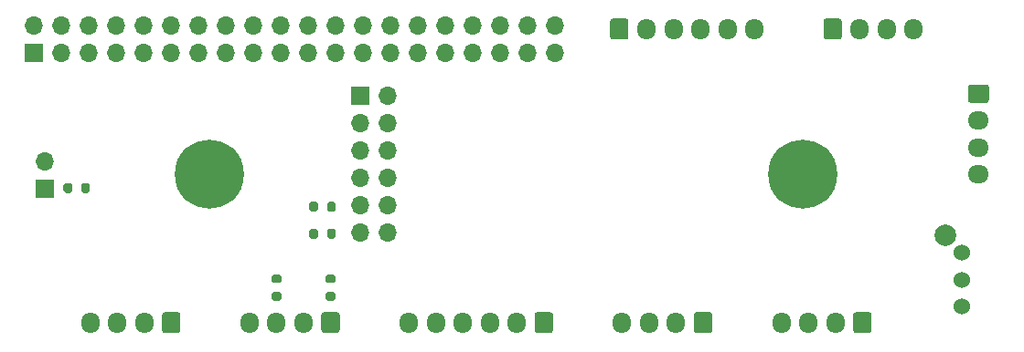
<source format=gbr>
%TF.GenerationSoftware,KiCad,Pcbnew,5.1.8-5.fc33*%
%TF.CreationDate,2020-12-26T13:36:50+00:00*%
%TF.ProjectId,breakout,62726561-6b6f-4757-942e-6b696361645f,rev?*%
%TF.SameCoordinates,Original*%
%TF.FileFunction,Soldermask,Bot*%
%TF.FilePolarity,Negative*%
%FSLAX46Y46*%
G04 Gerber Fmt 4.6, Leading zero omitted, Abs format (unit mm)*
G04 Created by KiCad (PCBNEW 5.1.8-5.fc33) date 2020-12-26 13:36:50*
%MOMM*%
%LPD*%
G01*
G04 APERTURE LIST*
%ADD10O,1.700000X1.700000*%
%ADD11R,1.700000X1.700000*%
%ADD12C,6.400000*%
%ADD13O,1.700000X1.950000*%
%ADD14O,1.950000X1.700000*%
%ADD15C,2.000000*%
%ADD16C,1.524000*%
G04 APERTURE END LIST*
%TO.C,R5*%
G36*
G01*
X125075000Y-127725000D02*
X125075000Y-128275000D01*
G75*
G02*
X124875000Y-128475000I-200000J0D01*
G01*
X124475000Y-128475000D01*
G75*
G02*
X124275000Y-128275000I0J200000D01*
G01*
X124275000Y-127725000D01*
G75*
G02*
X124475000Y-127525000I200000J0D01*
G01*
X124875000Y-127525000D01*
G75*
G02*
X125075000Y-127725000I0J-200000D01*
G01*
G37*
G36*
G01*
X126725000Y-127725000D02*
X126725000Y-128275000D01*
G75*
G02*
X126525000Y-128475000I-200000J0D01*
G01*
X126125000Y-128475000D01*
G75*
G02*
X125925000Y-128275000I0J200000D01*
G01*
X125925000Y-127725000D01*
G75*
G02*
X126125000Y-127525000I200000J0D01*
G01*
X126525000Y-127525000D01*
G75*
G02*
X126725000Y-127725000I0J-200000D01*
G01*
G37*
%TD*%
%TO.C,R4*%
G36*
G01*
X125075000Y-125225000D02*
X125075000Y-125775000D01*
G75*
G02*
X124875000Y-125975000I-200000J0D01*
G01*
X124475000Y-125975000D01*
G75*
G02*
X124275000Y-125775000I0J200000D01*
G01*
X124275000Y-125225000D01*
G75*
G02*
X124475000Y-125025000I200000J0D01*
G01*
X124875000Y-125025000D01*
G75*
G02*
X125075000Y-125225000I0J-200000D01*
G01*
G37*
G36*
G01*
X126725000Y-125225000D02*
X126725000Y-125775000D01*
G75*
G02*
X126525000Y-125975000I-200000J0D01*
G01*
X126125000Y-125975000D01*
G75*
G02*
X125925000Y-125775000I0J200000D01*
G01*
X125925000Y-125225000D01*
G75*
G02*
X126125000Y-125025000I200000J0D01*
G01*
X126525000Y-125025000D01*
G75*
G02*
X126725000Y-125225000I0J-200000D01*
G01*
G37*
%TD*%
D10*
%TO.C,J12*%
X131540000Y-127900000D03*
X129000000Y-127900000D03*
X131540000Y-125360000D03*
X129000000Y-125360000D03*
X131540000Y-122820000D03*
X129000000Y-122820000D03*
X131540000Y-120280000D03*
X129000000Y-120280000D03*
X131540000Y-117740000D03*
X129000000Y-117740000D03*
X131540000Y-115200000D03*
D11*
X129000000Y-115200000D03*
%TD*%
D12*
%TO.C,REF\u002A\u002A*%
X170000000Y-122500000D03*
%TD*%
%TO.C,REF\u002A\u002A*%
X115000000Y-122500000D03*
%TD*%
D10*
%TO.C,J3*%
X147010000Y-108710000D03*
X147010000Y-111250000D03*
X144470000Y-108710000D03*
X144470000Y-111250000D03*
X141930000Y-108710000D03*
X141930000Y-111250000D03*
X139390000Y-108710000D03*
X139390000Y-111250000D03*
X136850000Y-108710000D03*
X136850000Y-111250000D03*
X134310000Y-108710000D03*
X134310000Y-111250000D03*
X131770000Y-108710000D03*
X131770000Y-111250000D03*
X129230000Y-108710000D03*
X129230000Y-111250000D03*
X126690000Y-108710000D03*
X126690000Y-111250000D03*
X124150000Y-108710000D03*
X124150000Y-111250000D03*
X121610000Y-108710000D03*
X121610000Y-111250000D03*
X119070000Y-108710000D03*
X119070000Y-111250000D03*
X116530000Y-108710000D03*
X116530000Y-111250000D03*
X113990000Y-108710000D03*
X113990000Y-111250000D03*
X111450000Y-108710000D03*
X111450000Y-111250000D03*
X108910000Y-108710000D03*
X108910000Y-111250000D03*
X106370000Y-108710000D03*
X106370000Y-111250000D03*
X103830000Y-108710000D03*
X103830000Y-111250000D03*
X101290000Y-108710000D03*
X101290000Y-111250000D03*
X98750000Y-108710000D03*
D11*
X98750000Y-111250000D03*
%TD*%
%TO.C,R3*%
G36*
G01*
X121525000Y-132575000D02*
X120975000Y-132575000D01*
G75*
G02*
X120775000Y-132375000I0J200000D01*
G01*
X120775000Y-131975000D01*
G75*
G02*
X120975000Y-131775000I200000J0D01*
G01*
X121525000Y-131775000D01*
G75*
G02*
X121725000Y-131975000I0J-200000D01*
G01*
X121725000Y-132375000D01*
G75*
G02*
X121525000Y-132575000I-200000J0D01*
G01*
G37*
G36*
G01*
X121525000Y-134225000D02*
X120975000Y-134225000D01*
G75*
G02*
X120775000Y-134025000I0J200000D01*
G01*
X120775000Y-133625000D01*
G75*
G02*
X120975000Y-133425000I200000J0D01*
G01*
X121525000Y-133425000D01*
G75*
G02*
X121725000Y-133625000I0J-200000D01*
G01*
X121725000Y-134025000D01*
G75*
G02*
X121525000Y-134225000I-200000J0D01*
G01*
G37*
%TD*%
%TO.C,R2*%
G36*
G01*
X125975000Y-133425000D02*
X126525000Y-133425000D01*
G75*
G02*
X126725000Y-133625000I0J-200000D01*
G01*
X126725000Y-134025000D01*
G75*
G02*
X126525000Y-134225000I-200000J0D01*
G01*
X125975000Y-134225000D01*
G75*
G02*
X125775000Y-134025000I0J200000D01*
G01*
X125775000Y-133625000D01*
G75*
G02*
X125975000Y-133425000I200000J0D01*
G01*
G37*
G36*
G01*
X125975000Y-131775000D02*
X126525000Y-131775000D01*
G75*
G02*
X126725000Y-131975000I0J-200000D01*
G01*
X126725000Y-132375000D01*
G75*
G02*
X126525000Y-132575000I-200000J0D01*
G01*
X125975000Y-132575000D01*
G75*
G02*
X125775000Y-132375000I0J200000D01*
G01*
X125775000Y-131975000D01*
G75*
G02*
X125975000Y-131775000I200000J0D01*
G01*
G37*
%TD*%
%TO.C,R1*%
G36*
G01*
X102325000Y-123475000D02*
X102325000Y-124025000D01*
G75*
G02*
X102125000Y-124225000I-200000J0D01*
G01*
X101725000Y-124225000D01*
G75*
G02*
X101525000Y-124025000I0J200000D01*
G01*
X101525000Y-123475000D01*
G75*
G02*
X101725000Y-123275000I200000J0D01*
G01*
X102125000Y-123275000D01*
G75*
G02*
X102325000Y-123475000I0J-200000D01*
G01*
G37*
G36*
G01*
X103975000Y-123475000D02*
X103975000Y-124025000D01*
G75*
G02*
X103775000Y-124225000I-200000J0D01*
G01*
X103375000Y-124225000D01*
G75*
G02*
X103175000Y-124025000I0J200000D01*
G01*
X103175000Y-123475000D01*
G75*
G02*
X103375000Y-123275000I200000J0D01*
G01*
X103775000Y-123275000D01*
G75*
G02*
X103975000Y-123475000I0J-200000D01*
G01*
G37*
%TD*%
D13*
%TO.C,J11*%
X153250000Y-136250000D03*
X155750000Y-136250000D03*
X158250000Y-136250000D03*
G36*
G01*
X161600000Y-135525000D02*
X161600000Y-136975000D01*
G75*
G02*
X161350000Y-137225000I-250000J0D01*
G01*
X160150000Y-137225000D01*
G75*
G02*
X159900000Y-136975000I0J250000D01*
G01*
X159900000Y-135525000D01*
G75*
G02*
X160150000Y-135275000I250000J0D01*
G01*
X161350000Y-135275000D01*
G75*
G02*
X161600000Y-135525000I0J-250000D01*
G01*
G37*
%TD*%
%TO.C,J10*%
X168000000Y-136250000D03*
X170500000Y-136250000D03*
X173000000Y-136250000D03*
G36*
G01*
X176350000Y-135525000D02*
X176350000Y-136975000D01*
G75*
G02*
X176100000Y-137225000I-250000J0D01*
G01*
X174900000Y-137225000D01*
G75*
G02*
X174650000Y-136975000I0J250000D01*
G01*
X174650000Y-135525000D01*
G75*
G02*
X174900000Y-135275000I250000J0D01*
G01*
X176100000Y-135275000D01*
G75*
G02*
X176350000Y-135525000I0J-250000D01*
G01*
G37*
%TD*%
D14*
%TO.C,J9*%
X186250000Y-122500000D03*
X186250000Y-120000000D03*
X186250000Y-117500000D03*
G36*
G01*
X185525000Y-114150000D02*
X186975000Y-114150000D01*
G75*
G02*
X187225000Y-114400000I0J-250000D01*
G01*
X187225000Y-115600000D01*
G75*
G02*
X186975000Y-115850000I-250000J0D01*
G01*
X185525000Y-115850000D01*
G75*
G02*
X185275000Y-115600000I0J250000D01*
G01*
X185275000Y-114400000D01*
G75*
G02*
X185525000Y-114150000I250000J0D01*
G01*
G37*
%TD*%
D13*
%TO.C,J8*%
X180250000Y-109000000D03*
X177750000Y-109000000D03*
X175250000Y-109000000D03*
G36*
G01*
X171900000Y-109725000D02*
X171900000Y-108275000D01*
G75*
G02*
X172150000Y-108025000I250000J0D01*
G01*
X173350000Y-108025000D01*
G75*
G02*
X173600000Y-108275000I0J-250000D01*
G01*
X173600000Y-109725000D01*
G75*
G02*
X173350000Y-109975000I-250000J0D01*
G01*
X172150000Y-109975000D01*
G75*
G02*
X171900000Y-109725000I0J250000D01*
G01*
G37*
%TD*%
%TO.C,J7*%
X165500000Y-109000000D03*
X163000000Y-109000000D03*
X160500000Y-109000000D03*
X158000000Y-109000000D03*
X155500000Y-109000000D03*
G36*
G01*
X152150000Y-109725000D02*
X152150000Y-108275000D01*
G75*
G02*
X152400000Y-108025000I250000J0D01*
G01*
X153600000Y-108025000D01*
G75*
G02*
X153850000Y-108275000I0J-250000D01*
G01*
X153850000Y-109725000D01*
G75*
G02*
X153600000Y-109975000I-250000J0D01*
G01*
X152400000Y-109975000D01*
G75*
G02*
X152150000Y-109725000I0J250000D01*
G01*
G37*
%TD*%
%TO.C,J6*%
X133500000Y-136250000D03*
X136000000Y-136250000D03*
X138500000Y-136250000D03*
X141000000Y-136250000D03*
X143500000Y-136250000D03*
G36*
G01*
X146850000Y-135525000D02*
X146850000Y-136975000D01*
G75*
G02*
X146600000Y-137225000I-250000J0D01*
G01*
X145400000Y-137225000D01*
G75*
G02*
X145150000Y-136975000I0J250000D01*
G01*
X145150000Y-135525000D01*
G75*
G02*
X145400000Y-135275000I250000J0D01*
G01*
X146600000Y-135275000D01*
G75*
G02*
X146850000Y-135525000I0J-250000D01*
G01*
G37*
%TD*%
D10*
%TO.C,J5*%
X99750000Y-121250000D03*
D11*
X99750000Y-123790000D03*
%TD*%
D15*
%TO.C,J4*%
X183150000Y-128150000D03*
D16*
X184750000Y-134750000D03*
X184750000Y-132250000D03*
X184750000Y-129750000D03*
%TD*%
D13*
%TO.C,J2*%
X118750000Y-136250000D03*
X121250000Y-136250000D03*
X123750000Y-136250000D03*
G36*
G01*
X127100000Y-135525000D02*
X127100000Y-136975000D01*
G75*
G02*
X126850000Y-137225000I-250000J0D01*
G01*
X125650000Y-137225000D01*
G75*
G02*
X125400000Y-136975000I0J250000D01*
G01*
X125400000Y-135525000D01*
G75*
G02*
X125650000Y-135275000I250000J0D01*
G01*
X126850000Y-135275000D01*
G75*
G02*
X127100000Y-135525000I0J-250000D01*
G01*
G37*
%TD*%
%TO.C,J1*%
X104000000Y-136250000D03*
X106500000Y-136250000D03*
X109000000Y-136250000D03*
G36*
G01*
X112350000Y-135525000D02*
X112350000Y-136975000D01*
G75*
G02*
X112100000Y-137225000I-250000J0D01*
G01*
X110900000Y-137225000D01*
G75*
G02*
X110650000Y-136975000I0J250000D01*
G01*
X110650000Y-135525000D01*
G75*
G02*
X110900000Y-135275000I250000J0D01*
G01*
X112100000Y-135275000D01*
G75*
G02*
X112350000Y-135525000I0J-250000D01*
G01*
G37*
%TD*%
M02*

</source>
